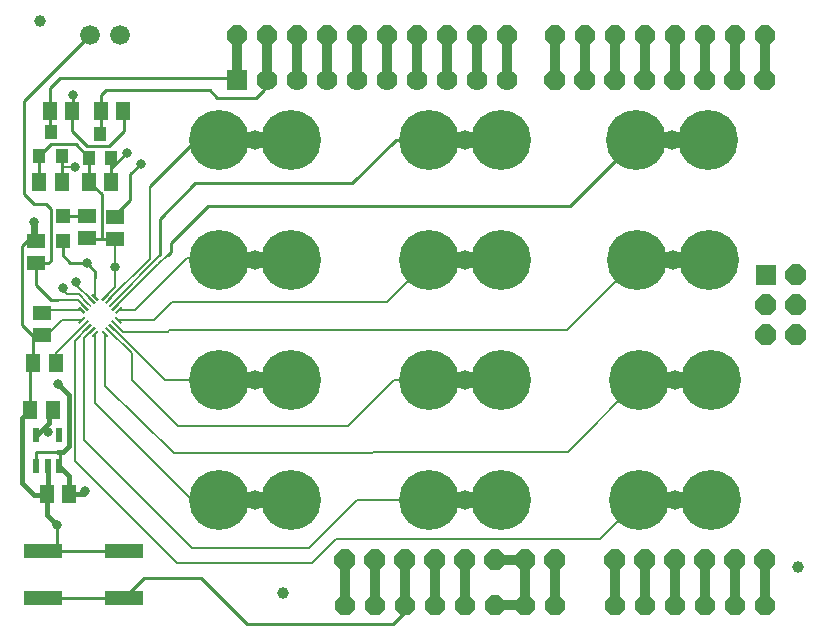
<source format=gbr>
G04 EAGLE Gerber RS-274X export*
G75*
%MOMM*%
%FSLAX34Y34*%
%LPD*%
%INTop Copper*%
%IPPOS*%
%AMOC8*
5,1,8,0,0,1.08239X$1,22.5*%
G01*
%ADD10P,1.814519X8X22.500000*%
%ADD11P,1.924489X8X22.500000*%
%ADD12R,1.778000X1.778000*%
%ADD13P,1.924489X8X292.500000*%
%ADD14C,1.778000*%
%ADD15P,1.924489X8X112.500000*%
%ADD16C,1.000000*%
%ADD17R,3.200000X1.200000*%
%ADD18R,0.700000X0.200000*%
%ADD19R,1.500000X1.300000*%
%ADD20R,1.300000X1.500000*%
%ADD21R,1.200000X1.200000*%
%ADD22C,5.080000*%
%ADD23C,1.676400*%
%ADD24R,0.550000X1.200000*%
%ADD25R,1.000000X1.200000*%
%ADD26C,0.203200*%
%ADD27C,0.254000*%
%ADD28C,0.812800*%
%ADD29C,0.800100*%
%ADD30C,0.406400*%
%ADD31C,0.609600*%


D10*
X533400Y508000D03*
X508000Y25400D03*
X558800Y508000D03*
X584200Y508000D03*
X609600Y508000D03*
X635000Y508000D03*
X508000Y508000D03*
X482600Y508000D03*
X457200Y508000D03*
X416560Y508000D03*
X391160Y508000D03*
X365760Y508000D03*
X340360Y508000D03*
X314960Y508000D03*
X289560Y508000D03*
X264160Y508000D03*
X238760Y508000D03*
X533400Y25400D03*
X558800Y25400D03*
X584200Y25400D03*
X609600Y25400D03*
X635000Y25400D03*
X457200Y25400D03*
X431800Y25400D03*
X406400Y25400D03*
X381000Y25400D03*
X355600Y25400D03*
X330200Y25400D03*
X213360Y508000D03*
X187960Y508000D03*
X304800Y25400D03*
X279400Y25400D03*
D11*
X661670Y279400D03*
X636270Y279400D03*
D12*
X636270Y304800D03*
D11*
X661670Y304800D03*
X661670Y254000D03*
X636270Y254000D03*
D13*
X457200Y63500D03*
X431800Y63500D03*
X406400Y63500D03*
X381000Y63500D03*
X355600Y63500D03*
X330200Y63500D03*
X304800Y63500D03*
X279400Y63500D03*
D12*
X187960Y469900D03*
D14*
X213360Y469900D03*
X238760Y469900D03*
X264160Y469900D03*
X289560Y469900D03*
X314960Y469900D03*
X340360Y469900D03*
X365760Y469900D03*
X391160Y469900D03*
X416560Y469900D03*
D15*
X457200Y469900D03*
X482600Y469900D03*
X508000Y469900D03*
X533400Y469900D03*
X558800Y469900D03*
X584200Y469900D03*
X609600Y469900D03*
X635000Y469900D03*
D13*
X635000Y63500D03*
X609600Y63500D03*
X584200Y63500D03*
X558800Y63500D03*
X533400Y63500D03*
X508000Y63500D03*
D16*
X662940Y57150D03*
X21590Y519430D03*
D17*
X24420Y70800D03*
X92420Y70800D03*
X92420Y30800D03*
X24420Y30800D03*
D18*
G36*
X65672Y262378D02*
X60724Y257430D01*
X59310Y258844D01*
X64258Y263792D01*
X65672Y262378D01*
G37*
G36*
X68500Y259549D02*
X63552Y254601D01*
X62138Y256015D01*
X67086Y260963D01*
X68500Y259549D01*
G37*
G36*
X71328Y256721D02*
X66380Y251773D01*
X64966Y253187D01*
X69914Y258135D01*
X71328Y256721D01*
G37*
G36*
X62843Y265206D02*
X57895Y260258D01*
X56481Y261672D01*
X61429Y266620D01*
X62843Y265206D01*
G37*
G36*
X60015Y268034D02*
X55067Y263086D01*
X53653Y264500D01*
X58601Y269448D01*
X60015Y268034D01*
G37*
G36*
X80522Y263792D02*
X85470Y258844D01*
X84056Y257430D01*
X79108Y262378D01*
X80522Y263792D01*
G37*
G36*
X83351Y266620D02*
X88299Y261672D01*
X86885Y260258D01*
X81937Y265206D01*
X83351Y266620D01*
G37*
G36*
X86179Y269448D02*
X91127Y264500D01*
X89713Y263086D01*
X84765Y268034D01*
X86179Y269448D01*
G37*
G36*
X77694Y260963D02*
X82642Y256015D01*
X81228Y254601D01*
X76280Y259549D01*
X77694Y260963D01*
G37*
G36*
X74866Y258135D02*
X79814Y253187D01*
X78400Y251773D01*
X73452Y256721D01*
X74866Y258135D01*
G37*
G36*
X85470Y282176D02*
X80522Y277228D01*
X79108Y278642D01*
X84056Y283590D01*
X85470Y282176D01*
G37*
G36*
X88299Y279348D02*
X83351Y274400D01*
X81937Y275814D01*
X86885Y280762D01*
X88299Y279348D01*
G37*
G36*
X91127Y276520D02*
X86179Y271572D01*
X84765Y272986D01*
X89713Y277934D01*
X91127Y276520D01*
G37*
G36*
X82642Y285005D02*
X77694Y280057D01*
X76280Y281471D01*
X81228Y286419D01*
X82642Y285005D01*
G37*
G36*
X79814Y287833D02*
X74866Y282885D01*
X73452Y284299D01*
X78400Y289247D01*
X79814Y287833D01*
G37*
G36*
X60724Y283590D02*
X65672Y278642D01*
X64258Y277228D01*
X59310Y282176D01*
X60724Y283590D01*
G37*
G36*
X63552Y286419D02*
X68500Y281471D01*
X67086Y280057D01*
X62138Y285005D01*
X63552Y286419D01*
G37*
G36*
X66380Y289247D02*
X71328Y284299D01*
X69914Y282885D01*
X64966Y287833D01*
X66380Y289247D01*
G37*
G36*
X57895Y280762D02*
X62843Y275814D01*
X61429Y274400D01*
X56481Y279348D01*
X57895Y280762D01*
G37*
G36*
X55067Y277934D02*
X60015Y272986D01*
X58601Y271572D01*
X53653Y276520D01*
X55067Y277934D01*
G37*
D19*
X85090Y334670D03*
X85090Y353670D03*
X22860Y272390D03*
X22860Y253390D03*
D20*
X15900Y229870D03*
X34900Y229870D03*
D19*
X17780Y333350D03*
X17780Y314350D03*
D21*
X40640Y333670D03*
X40640Y354670D03*
D19*
X60960Y354940D03*
X60960Y335940D03*
D22*
X528320Y114300D03*
X589280Y114300D03*
X350520Y114300D03*
X411480Y114300D03*
X233680Y114300D03*
X172720Y114300D03*
X528320Y215900D03*
X589280Y215900D03*
X350520Y215900D03*
X411480Y215900D03*
X233680Y215900D03*
X172720Y215900D03*
X527050Y317500D03*
X588010Y317500D03*
X350520Y317500D03*
X411480Y317500D03*
X172720Y317500D03*
X233680Y317500D03*
X525780Y419100D03*
X586740Y419100D03*
X350520Y419100D03*
X411480Y419100D03*
X172720Y419100D03*
X233680Y419100D03*
D23*
X88900Y508000D03*
X203200Y419100D03*
X381000Y419100D03*
X556260Y419100D03*
X203200Y317500D03*
X381000Y317500D03*
X557530Y317500D03*
X203200Y215900D03*
X381000Y215900D03*
X558800Y215900D03*
X203200Y114300D03*
X381000Y114300D03*
X558800Y114300D03*
X63500Y508000D03*
D24*
X18440Y143209D03*
X27940Y143209D03*
X37440Y143209D03*
X37440Y169211D03*
X18440Y169211D03*
D20*
X32360Y190500D03*
X13360Y190500D03*
X46330Y119380D03*
X27330Y119380D03*
X39980Y383540D03*
X20980Y383540D03*
X81890Y383540D03*
X62890Y383540D03*
D25*
X72390Y424020D03*
X81890Y404020D03*
X62890Y404020D03*
X30480Y425290D03*
X39980Y405290D03*
X20980Y405290D03*
D20*
X73050Y443230D03*
X92050Y443230D03*
X29870Y443230D03*
X48870Y443230D03*
D16*
X227330Y35560D03*
D26*
X56834Y266267D02*
X40207Y266267D01*
X27330Y253390D01*
X22860Y253390D01*
D27*
X15900Y252730D01*
X15900Y229870D01*
D28*
X406400Y25400D02*
X431800Y25400D01*
X431800Y63500D01*
X406400Y63500D01*
D27*
X92420Y70800D02*
X24420Y70800D01*
X36170Y70800D02*
X36170Y92710D01*
X36170Y70800D02*
X24420Y70800D01*
X27940Y135890D02*
X27940Y143209D01*
D29*
X106680Y398780D03*
D27*
X97790Y389890D01*
X97790Y368300D01*
X85090Y355600D01*
X85090Y353670D01*
D29*
X36170Y92710D03*
D30*
X27940Y119990D02*
X27940Y135890D01*
X27940Y119990D02*
X27330Y119380D01*
X27330Y101550D01*
X36170Y92710D01*
X6350Y183490D02*
X13360Y190500D01*
X6350Y183490D02*
X6350Y128270D01*
X16510Y118110D01*
X26060Y118110D01*
X27330Y119380D01*
D27*
X13360Y190500D02*
X13360Y227330D01*
X15900Y229870D01*
X17780Y333350D02*
X10770Y333350D01*
X6350Y328930D01*
X6350Y262280D01*
X15900Y252730D01*
D29*
X16510Y349250D03*
D31*
X16510Y334620D01*
X17780Y333350D01*
D28*
X264160Y469900D02*
X264160Y508000D01*
X457200Y63500D02*
X457200Y25400D01*
X355600Y25400D02*
X355600Y63500D01*
X330200Y63500D02*
X330200Y25400D01*
D27*
X92420Y30800D02*
X24420Y30800D01*
X92420Y30800D02*
X109880Y48260D01*
X157480Y48260D01*
X196850Y8890D01*
X320040Y8890D01*
X330200Y19050D01*
X330200Y25400D01*
D28*
X304800Y25400D02*
X304800Y63500D01*
X279400Y63500D02*
X279400Y25400D01*
X238760Y469900D02*
X238760Y508000D01*
X508000Y508000D02*
X508000Y469900D01*
X584200Y469900D02*
X584200Y508000D01*
X609600Y508000D02*
X609600Y469900D01*
X635000Y469900D02*
X635000Y508000D01*
X635000Y63500D02*
X635000Y25400D01*
X609600Y25400D02*
X609600Y63500D01*
X584200Y63500D02*
X584200Y25400D01*
X558800Y25400D02*
X558800Y63500D01*
X533400Y63500D02*
X533400Y25400D01*
X508000Y25400D02*
X508000Y63500D01*
X381000Y63500D02*
X381000Y25400D01*
D27*
X48870Y426110D02*
X48870Y443230D01*
X48870Y426110D02*
X60960Y414020D01*
X80010Y414020D01*
X92710Y426720D01*
X92710Y448310D01*
X92050Y447650D01*
X92050Y443230D01*
X18440Y154940D02*
X18440Y143209D01*
X18440Y154940D02*
X36830Y154940D01*
X38100Y153670D01*
X38100Y143869D01*
X37440Y143209D01*
D29*
X36830Y212090D03*
X49530Y457200D03*
D27*
X49530Y443890D01*
X48870Y443230D01*
D29*
X59690Y121920D03*
D30*
X58420Y119380D02*
X46330Y119380D01*
X58420Y119380D02*
X59690Y121920D01*
X40640Y154940D02*
X36830Y154940D01*
X40640Y154940D02*
X45720Y160020D01*
X45720Y203200D01*
X36830Y212090D01*
X37440Y143209D02*
X46330Y134319D01*
X46330Y119380D01*
D28*
X289560Y469900D02*
X289560Y508000D01*
X340360Y508000D02*
X340360Y469900D01*
X314960Y469900D02*
X314960Y508000D01*
X365760Y508000D02*
X365760Y469900D01*
X391160Y469900D02*
X391160Y508000D01*
X416560Y508000D02*
X416560Y469900D01*
X457200Y469900D02*
X457200Y508000D01*
X482600Y508000D02*
X482600Y469900D01*
X558800Y469900D02*
X558800Y508000D01*
X533400Y508000D02*
X533400Y469900D01*
D27*
X20980Y405290D02*
X20980Y383540D01*
X62890Y383540D02*
X62890Y404020D01*
X60960Y335940D02*
X62230Y334670D01*
X73660Y334670D01*
X85090Y334670D01*
D26*
X85090Y311150D01*
X85090Y294524D01*
X76633Y286066D01*
D27*
X73660Y372770D02*
X62890Y383540D01*
X73660Y372770D02*
X73660Y334670D01*
X20980Y405290D02*
X30980Y415290D01*
X51620Y415290D01*
X62890Y404020D01*
D29*
X85090Y311150D03*
D30*
X19351Y169211D02*
X18440Y169211D01*
X19351Y169211D02*
X26035Y175895D01*
X29210Y179070D01*
X29210Y187350D01*
X32360Y190500D01*
D29*
X27940Y171450D03*
D27*
X29210Y172720D01*
X26035Y175895D01*
D26*
X17603Y274753D02*
X56834Y274753D01*
X22860Y272390D02*
X17603Y274753D01*
X34900Y238677D02*
X59662Y263439D01*
X34900Y238677D02*
X34900Y229870D01*
D27*
X40640Y321310D02*
X40640Y333670D01*
D26*
X68464Y302260D02*
X68147Y286066D01*
D27*
X46990Y314960D02*
X40640Y321310D01*
X46990Y314960D02*
X60960Y314960D01*
X63500Y312420D02*
X68464Y307456D01*
X68464Y302260D01*
D29*
X60960Y314960D03*
D27*
X63500Y312420D01*
X528320Y114300D02*
X558800Y114300D01*
X589280Y114300D01*
D26*
X62491Y260611D02*
X50800Y248920D01*
X50800Y147320D01*
X137160Y60960D01*
X251460Y60960D01*
X271780Y81280D01*
X495300Y81280D01*
X528320Y114300D01*
D27*
X381000Y114300D02*
X350520Y114300D01*
X381000Y114300D02*
X411480Y114300D01*
D26*
X65319Y257782D02*
X58420Y250883D01*
X58420Y165100D01*
X149860Y73660D01*
X248920Y73660D01*
X289560Y114300D01*
X350520Y114300D01*
D27*
X203200Y114300D02*
X172720Y114300D01*
X203200Y114300D02*
X233680Y114300D01*
D26*
X68147Y196013D02*
X68147Y254954D01*
X68147Y196013D02*
X149860Y114300D01*
X172720Y114300D01*
D27*
X558800Y215900D02*
X589280Y215900D01*
X558800Y215900D02*
X528320Y215900D01*
D26*
X76633Y210387D02*
X76633Y254954D01*
X76633Y210387D02*
X134620Y153670D01*
X468630Y154940D01*
X528320Y215900D01*
D27*
X381000Y215900D02*
X350520Y215900D01*
X381000Y215900D02*
X411480Y215900D01*
D26*
X99060Y238183D02*
X79461Y257782D01*
X99060Y238183D02*
X99060Y215900D01*
X138430Y176530D01*
X281940Y176530D01*
X321310Y215900D01*
X350520Y215900D01*
D27*
X233680Y215900D02*
X203200Y215900D01*
X172720Y215900D01*
D26*
X127000Y215900D02*
X82289Y260611D01*
X127000Y215900D02*
X172720Y215900D01*
D27*
X557530Y317500D02*
X588010Y317500D01*
X557530Y317500D02*
X553720Y317500D01*
X552450Y316230D01*
X556260Y316230D01*
X557530Y317500D01*
X527050Y317500D01*
D26*
X92017Y256540D02*
X85118Y263439D01*
X92017Y256540D02*
X129540Y256540D01*
X130810Y257810D01*
X467360Y257810D01*
X527050Y317500D01*
D27*
X411480Y317500D02*
X381000Y317500D01*
X350520Y317500D01*
D26*
X117677Y266267D02*
X87946Y266267D01*
X117677Y266267D02*
X133350Y281940D01*
X314960Y281940D01*
X350520Y317500D01*
D27*
X203200Y317500D02*
X172720Y317500D01*
X203200Y317500D02*
X233680Y317500D01*
D26*
X102033Y274753D02*
X87946Y274753D01*
X102033Y274753D02*
X146050Y318770D01*
X171450Y318770D01*
X172720Y317500D01*
D27*
X542290Y419100D02*
X556260Y419100D01*
X542290Y419100D02*
X541020Y417830D01*
X527050Y417830D01*
X525780Y419100D01*
X556260Y419100D02*
X586740Y419100D01*
D26*
X121227Y313690D02*
X85118Y277581D01*
X121227Y313690D02*
X129540Y321310D01*
D27*
X132080Y323850D01*
X132080Y331470D01*
X163830Y363220D01*
X469900Y363220D01*
X525780Y419100D01*
X381000Y419100D02*
X350520Y419100D01*
X381000Y419100D02*
X411480Y419100D01*
D26*
X123190Y321310D02*
X82289Y280409D01*
D27*
X123190Y321310D02*
X123190Y351790D01*
X152400Y382270D01*
X285750Y382270D01*
X322580Y419100D01*
X350520Y419100D01*
X203200Y419100D02*
X172720Y419100D01*
X203200Y419100D02*
X233680Y419100D01*
D26*
X114300Y318077D02*
X79461Y283238D01*
X114300Y318077D02*
X114300Y379730D01*
D27*
X153670Y419100D01*
X172720Y419100D01*
X40910Y354940D02*
X40640Y354670D01*
X40910Y354940D02*
X60960Y354940D01*
X17780Y314350D02*
X17780Y295910D01*
D26*
X54033Y283210D02*
X59662Y277581D01*
X54033Y283210D02*
X36830Y283210D01*
D27*
X30480Y283210D02*
X17780Y295910D01*
X30480Y283210D02*
X36830Y283210D01*
X7620Y452120D02*
X63500Y508000D01*
X7620Y452120D02*
X7620Y373380D01*
X16510Y364490D01*
X26670Y364490D01*
X30480Y360680D01*
X30480Y316230D01*
X28600Y314350D01*
X17780Y314350D01*
X39980Y397510D02*
X39980Y405290D01*
X39980Y397510D02*
X39980Y383540D01*
D26*
X52070Y296487D02*
X65319Y283238D01*
X52070Y296487D02*
X52070Y298450D01*
D29*
X52070Y298450D03*
X50800Y396240D03*
D26*
X41250Y396240D01*
X39980Y397510D01*
D27*
X81890Y394970D02*
X81890Y404020D01*
X81890Y394970D02*
X81890Y383540D01*
D26*
X54610Y288290D02*
X62491Y280409D01*
X54610Y288290D02*
X44450Y288290D01*
X40640Y292100D01*
X40640Y293370D01*
D29*
X40640Y293370D03*
X95250Y407670D03*
D27*
X81890Y394970D01*
D28*
X213360Y469900D02*
X213360Y508000D01*
D27*
X73050Y424680D02*
X72390Y424020D01*
X73050Y424680D02*
X73050Y443230D01*
X73050Y456590D01*
X77470Y461010D01*
X165100Y461010D01*
X171450Y454660D01*
X204470Y454660D01*
X210820Y461010D01*
X210820Y467360D01*
X213360Y469900D01*
D28*
X187960Y469900D02*
X187960Y508000D01*
D27*
X29870Y462940D02*
X29870Y443230D01*
X29870Y462940D02*
X38100Y471170D01*
X186690Y471170D01*
X187960Y469900D01*
X29870Y443230D02*
X29870Y425900D01*
X30480Y425290D01*
M02*

</source>
